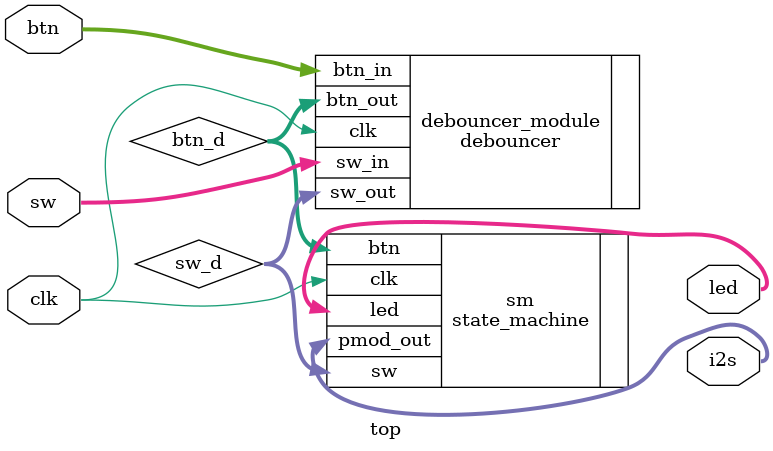
<source format=v>
`timescale 1ns / 1ps

// C3 G3 D4 G3 E4 D4 G3 D4
// C3 G3 D4 E4


module top(
	input clk,
	input [7:0] sw,
	input [4:0] btn,
	output [3:0] i2s,
	output [2:0] led
);
	
	wire [7:0] sw_d;
	wire [4:0] btn_d;
	
	debouncer debouncer_module(
		.clk(clk), .sw_in(sw), .btn_in(btn), .sw_out(sw_d), .btn_out(btn_d)
	);
	
	state_machine sm(
		.clk(clk), .sw(sw_d), .btn(btn_d), .pmod_out(i2s), .led(led)
	);

endmodule

</source>
